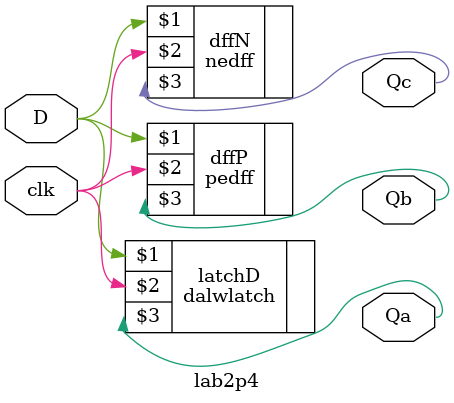
<source format=sv>
module lab2p4(input logic D,clk,
		output logic Qa,Qb,Qc);
		
		dalwlatch latchD(D,clk,Qa);
		pedff dffP(D,clk,Qb);
		nedff dffN(D,clk,Qc);
		
endmodule


</source>
